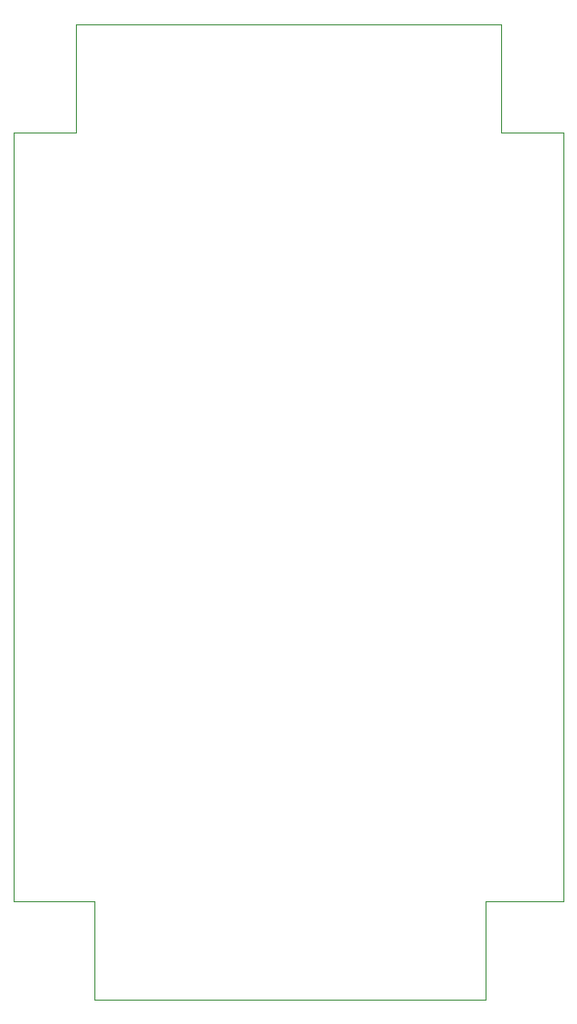
<source format=gbr>
%TF.GenerationSoftware,KiCad,Pcbnew,6.0.2+dfsg-1*%
%TF.CreationDate,2022-09-01T21:00:40+02:00*%
%TF.ProjectId,vscp-din-esp32-can-z102,76736370-2d64-4696-9e2d-65737033322d,rev?*%
%TF.SameCoordinates,Original*%
%TF.FileFunction,Profile,NP*%
%FSLAX46Y46*%
G04 Gerber Fmt 4.6, Leading zero omitted, Abs format (unit mm)*
G04 Created by KiCad (PCBNEW 6.0.2+dfsg-1) date 2022-09-01 21:00:40*
%MOMM*%
%LPD*%
G01*
G04 APERTURE LIST*
%TA.AperFunction,Profile*%
%ADD10C,0.050000*%
%TD*%
G04 APERTURE END LIST*
D10*
X125100000Y-75425000D02*
X125100000Y-65975000D01*
X160700000Y-142225000D02*
X160700000Y-150725000D01*
X167500000Y-75425000D02*
X167500000Y-142225000D01*
X125100000Y-65975000D02*
X162100000Y-66025000D01*
X167500000Y-142225000D02*
X160700000Y-142225000D01*
X119700000Y-75425000D02*
X119700000Y-142225000D01*
X125100000Y-75425000D02*
X119700000Y-75425000D01*
X126700000Y-142225000D02*
X126700000Y-150725000D01*
X160700000Y-150725000D02*
X126700000Y-150725000D01*
X119700000Y-142225000D02*
X126700000Y-142225000D01*
X162100000Y-75425000D02*
X162100000Y-66025000D01*
X162100000Y-75425000D02*
X167500000Y-75425000D01*
M02*

</source>
